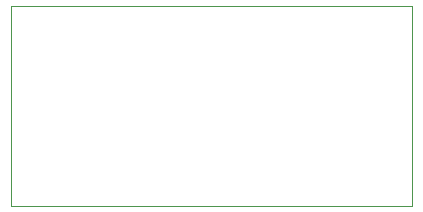
<source format=gbr>
%TF.GenerationSoftware,KiCad,Pcbnew,(5.99.0-8775-g06a515339c)*%
%TF.CreationDate,2021-02-12T20:04:27-05:00*%
%TF.ProjectId,dock,646f636b-2e6b-4696-9361-645f70636258,rev?*%
%TF.SameCoordinates,Original*%
%TF.FileFunction,Profile,NP*%
%FSLAX46Y46*%
G04 Gerber Fmt 4.6, Leading zero omitted, Abs format (unit mm)*
G04 Created by KiCad (PCBNEW (5.99.0-8775-g06a515339c)) date 2021-02-12 20:04:27*
%MOMM*%
%LPD*%
G01*
G04 APERTURE LIST*
%TA.AperFunction,Profile*%
%ADD10C,0.100000*%
%TD*%
G04 APERTURE END LIST*
D10*
X-7000000Y-11000000D02*
X-7000000Y6000000D01*
X27000000Y-11000000D02*
X-7000000Y-11000000D01*
X27000000Y6000000D02*
X27000000Y-11000000D01*
X-7000000Y6000000D02*
X27000000Y6000000D01*
M02*

</source>
